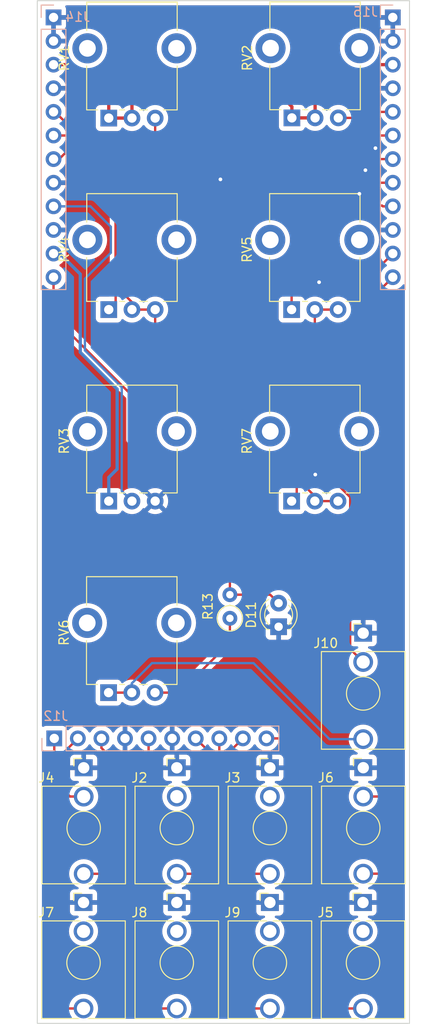
<source format=kicad_pcb>
(kicad_pcb (version 20221018) (generator pcbnew)
  (title_block (title "Punky's New Brew") (date "2023-10-20") (rev "003") (company "Scruffy Cat Studios @2023"))
  (layers (0 "F.Cu" signal) (31 "B.Cu" signal) (34 "B.Paste" user) (35 "F.Paste" user) (36 "B.SilkS" user "B.Silkscreen") (37 "F.SilkS" user "F.Silkscreen") (38 "B.Mask" user) (39 "F.Mask" user) (44 "Edge.Cuts" user))
  (net 0 "")
  (net 1 "+12V")
  (net 2 "GND")
  (net 9 "Net-(J10-Pad2)")
  (net 10 "Net-(R13-Pad1)")
  (net 11 "VCA_CV_C")
  (net 12 "CV1-In_C")
  (net 13 "CV2-In_C")
  (net 14 "Gate_In_C")
  (net 15 "5V_Ref_C")
  (net 16 "Audio_Out_C")
  (net 17 "Ext_In_C")
  (net 18 "APC_Out_C")
  (net 19 "ENV1-Out_C")
  (net 20 "INV_ENV_C")
  (net 21 "ENV2_C")
  (net 22 "ENV1_C")
  (net 23 "Freq_1_C")
  (net 24 "Env1_A_C")
  (net 25 "Env1_AR_C")
  (net 26 "INV_REF_C")
  (net 27 "10V_REF_C")
  (net 28 "Freq_2_C")
  (net 29 "Env1_R_C")
  (net 30 "Env2_R_C")
  (net 31 "Env2_AR_C")
  (footprint "Potentiometer_THT:Potentiometer_Alpha_RD901F-40-00D_Single_Vertical_CircularHoles" (layer "F.Cu") (at 128.3 67.325 90)
    (fp_text reference "RV4" (at 6.45 -4.8 90) (layer "F.SilkS"))
    (fp_text value "1M")
    (fp_line (start 0.88 -2.38) (end 5.6 -2.38) (stroke (width 0.12)) (layer "F.SilkS"))
    (fp_line (start 0.88 -1.19) (end 0.88 -2.37) (stroke (width 0.12)) (layer "F.SilkS"))
    (fp_line (start 0.88 1.71) (end 0.88 1.18) (stroke (width 0.12)) (layer "F.SilkS"))
    (fp_line (start 0.88 4.16) (end 0.88 3.33) (stroke (width 0.12)) (layer "F.SilkS"))
    (fp_line (start 0.88 7.37) (end 0.88 5.88) (stroke (width 0.12)) (layer "F.SilkS"))
    (fp_line (start 0.88 7.37) (end 5.6 7.37) (stroke (width 0.12)) (layer "F.SilkS"))
    (fp_line (start 9.41 -2.37) (end 12.47 -2.37) (stroke (width 0.12)) (layer "F.SilkS"))
    (fp_line (start 9.41 7.37) (end 12.47 7.37) (stroke (width 0.12)) (layer "F.SilkS"))
    (fp_line (start 12.47 7.37) (end 12.47 -2.37) (stroke (width 0.12)) (layer "F.SilkS"))
    (pad "" thru_hole circle (at 7.5 -2.3 180) (size 3.24 3.24) (drill 1.8) (layers "*.Cu" "*.Mask"))
    (pad "" thru_hole circle (at 7.5 7.3 180) (size 3.24 3.24) (drill 1.8) (layers "*.Cu" "*.Mask"))
    (pad "1" thru_hole rect (at 0 0 180) (size 1.8 1.8) (drill 1) (layers "*.Cu" "*.Mask") (net 24 "Env1_A_C"))
    (pad "2" thru_hole circle (at 0 2.5 180) (size 1.8 1.8) (drill 1) (layers "*.Cu" "*.Mask") (net 25 "Env1_AR_C"))
    (pad "3" thru_hole circle (at 0 5 180) (size 1.8 1.8) (drill 1) (layers "*.Cu" "*.Mask") (net 25 "Env1_AR_C"))
  )
  (footprint "Potentiometer_THT:Potentiometer_Alpha_RD901F-40-00D_Single_Vertical_CircularHoles" (layer "F.Cu") (at 148 67.325 90)
    (fp_text reference "RV5" (at 6.45 -4.8 90) (layer "F.SilkS"))
    (fp_text value "1M")
    (fp_line (start 0.88 -2.38) (end 5.6 -2.38) (stroke (width 0.12)) (layer "F.SilkS"))
    (fp_line (start 0.88 -1.19) (end 0.88 -2.37) (stroke (width 0.12)) (layer "F.SilkS"))
    (fp_line (start 0.88 1.71) (end 0.88 1.18) (stroke (width 0.12)) (layer "F.SilkS"))
    (fp_line (start 0.88 4.16) (end 0.88 3.33) (stroke (width 0.12)) (layer "F.SilkS"))
    (fp_line (start 0.88 7.37) (end 0.88 5.88) (stroke (width 0.12)) (layer "F.SilkS"))
    (fp_line (start 0.88 7.37) (end 5.6 7.37) (stroke (width 0.12)) (layer "F.SilkS"))
    (fp_line (start 9.41 -2.37) (end 12.47 -2.37) (stroke (width 0.12)) (layer "F.SilkS"))
    (fp_line (start 9.41 7.37) (end 12.47 7.37) (stroke (width 0.12)) (layer "F.SilkS"))
    (fp_line (start 12.47 7.37) (end 12.47 -2.37) (stroke (width 0.12)) (layer "F.SilkS"))
    (pad "" thru_hole circle (at 7.5 -2.3 180) (size 3.24 3.24) (drill 1.8) (layers "*.Cu" "*.Mask"))
    (pad "" thru_hole circle (at 7.5 7.3 180) (size 3.24 3.24) (drill 1.8) (layers "*.Cu" "*.Mask"))
    (pad "1" thru_hole rect (at 0 0 180) (size 1.8 1.8) (drill 1) (layers "*.Cu" "*.Mask") (net 29 "Env1_R_C"))
    (pad "2" thru_hole circle (at 0 2.5 180) (size 1.8 1.8) (drill 1) (layers "*.Cu" "*.Mask") (net 25 "Env1_AR_C"))
    (pad "3" thru_hole circle (at 0 5 180) (size 1.8 1.8) (drill 1) (layers "*.Cu" "*.Mask") (net 25 "Env1_AR_C"))
  )
  (footprint "*SCS_ScruffyCat:Jack_3.5mm_QingPu_thonk-PJ398SM_Vertical_CircularHoles" (layer "F.Cu") (at 125.58 131.1)
    (fp_text reference "J7" (at -4.03 1.08 180) (layer "F.SilkS"))
    (fp_text value "ENV1")
    (fp_line (start -4.5 1.98) (end -4.5 12.48) (stroke (width 0.12)) (layer "F.SilkS"))
    (fp_line (start -1.06 -1) (end -1.06 -0.2) (stroke (width 0.12)) (layer "F.SilkS"))
    (fp_line (start -1.06 -1) (end -0.2 -1) (stroke (width 0.12)) (layer "F.SilkS"))
    (fp_line (start -0.5 12.48) (end -4.5 12.48) (stroke (width 0.12)) (layer "F.SilkS"))
    (fp_line (start -0.35 1.98) (end -4.5 1.98) (stroke (width 0.12)) (layer "F.SilkS"))
    (fp_line (start 4.5 1.98) (end 0.35 1.98) (stroke (width 0.12)) (layer "F.SilkS"))
    (fp_line (start 4.5 1.98) (end 4.5 12.48) (stroke (width 0.12)) (layer "F.SilkS"))
    (fp_line (start 4.5 12.48) (end 0.5 12.48) (stroke (width 0.12)) (layer "F.SilkS"))
    (fp_circle (center 0 6.48) (end 1.8 6.48) (stroke (width 0.12)) (fill none) (layer "F.SilkS"))
    (pad "1" thru_hole rect (at 0 0 180) (size 1.93 1.83) (drill 1.22) (layers "*.Cu" "*.Mask") (net 2 "GND"))
    (pad "2" thru_hole circle (at 0 11.4 180) (size 2.13 2.13) (drill 1.43) (layers "*.Cu" "*.Mask") (net 19 "ENV1-Out_C"))
    (pad "3" thru_hole circle (at 0 3.1 180) (size 2.13 2.13) (drill 1.42) (layers "*.Cu" "*.Mask"))
  )
  (footprint "*SCS_ScruffyCat:Jack_3.5mm_QingPu_thonk-PJ398SM_Vertical_CircularHoles" (layer "F.Cu") (at 145.66 131.1)
    (fp_text reference "J9" (at -4.03 1.08 180) (layer "F.SilkS"))
    (fp_text value "ENV2")
    (fp_line (start -4.5 1.98) (end -4.5 12.48) (stroke (width 0.12)) (layer "F.SilkS"))
    (fp_line (start -1.06 -1) (end -1.06 -0.2) (stroke (width 0.12)) (layer "F.SilkS"))
    (fp_line (start -1.06 -1) (end -0.2 -1) (stroke (width 0.12)) (layer "F.SilkS"))
    (fp_line (start -0.5 12.48) (end -4.5 12.48) (stroke (width 0.12)) (layer "F.SilkS"))
    (fp_line (start -0.35 1.98) (end -4.5 1.98) (stroke (width 0.12)) (layer "F.SilkS"))
    (fp_line (start 4.5 1.98) (end 0.35 1.98) (stroke (width 0.12)) (layer "F.SilkS"))
    (fp_line (start 4.5 1.98) (end 4.5 12.48) (stroke (width 0.12)) (layer "F.SilkS"))
    (fp_line (start 4.5 12.48) (end 0.5 12.48) (stroke (width 0.12)) (layer "F.SilkS"))
    (fp_circle (center 0 6.48) (end 1.8 6.48) (stroke (width 0.12)) (fill none) (layer "F.SilkS"))
    (pad "1" thru_hole rect (at 0 0 180) (size 1.93 1.83) (drill 1.22) (layers "*.Cu" "*.Mask") (net 2 "GND"))
    (pad "2" thru_hole circle (at 0 11.4 180) (size 2.13 2.13) (drill 1.43) (layers "*.Cu" "*.Mask") (net 21 "ENV2_C"))
    (pad "3" thru_hole circle (at 0 3.1 180) (size 2.13 2.13) (drill 1.42) (layers "*.Cu" "*.Mask"))
  )
  (footprint "*SCS_ScruffyCat:Jack_3.5mm_QingPu_thonk-PJ398SM_Vertical_CircularHoles" (layer "F.Cu") (at 135.63 116.61)
    (fp_text reference "J2" (at -4.03 1.08 180) (layer "F.SilkS"))
    (fp_text value "CV1-In")
    (fp_line (start -4.5 1.98) (end -4.5 12.48) (stroke (width 0.12)) (layer "F.SilkS"))
    (fp_line (start -1.06 -1) (end -1.06 -0.2) (stroke (width 0.12)) (layer "F.SilkS"))
    (fp_line (start -1.06 -1) (end -0.2 -1) (stroke (width 0.12)) (layer "F.SilkS"))
    (fp_line (start -0.5 12.48) (end -4.5 12.48) (stroke (width 0.12)) (layer "F.SilkS"))
    (fp_line (start -0.35 1.98) (end -4.5 1.98) (stroke (width 0.12)) (layer "F.SilkS"))
    (fp_line (start 4.5 1.98) (end 0.35 1.98) (stroke (width 0.12)) (layer "F.SilkS"))
    (fp_line (start 4.5 1.98) (end 4.5 12.48) (stroke (width 0.12)) (layer "F.SilkS"))
    (fp_line (start 4.5 12.48) (end 0.5 12.48) (stroke (width 0.12)) (layer "F.SilkS"))
    (fp_circle (center 0 6.48) (end 1.8 6.48) (stroke (width 0.12)) (fill none) (layer "F.SilkS"))
    (pad "1" thru_hole rect (at 0 0 180) (size 1.93 1.83) (drill 1.22) (layers "*.Cu" "*.Mask") (net 2 "GND"))
    (pad "2" thru_hole circle (at 0 11.4 180) (size 2.13 2.13) (drill 1.43) (layers "*.Cu" "*.Mask") (net 12 "CV1-In_C"))
    (pad "3" thru_hole circle (at 0 3.1 180) (size 2.13 2.13) (drill 1.42) (layers "*.Cu" "*.Mask"))
  )
  (footprint "*SCS_ScruffyCat:Jack_3.5mm_QingPu_thonk-PJ398SM_Vertical_CircularHoles" (layer "F.Cu") (at 155.72 116.6)
    (fp_text reference "J6" (at -4.03 1.08 180) (layer "F.SilkS"))
    (fp_text value "Ext-Audio")
    (fp_line (start -4.5 1.98) (end -4.5 12.48) (stroke (width 0.12)) (layer "F.SilkS"))
    (fp_line (start -1.06 -1) (end -1.06 -0.2) (stroke (width 0.12)) (layer "F.SilkS"))
    (fp_line (start -1.06 -1) (end -0.2 -1) (stroke (width 0.12)) (layer "F.SilkS"))
    (fp_line (start -0.5 12.48) (end -4.5 12.48) (stroke (width 0.12)) (layer "F.SilkS"))
    (fp_line (start -0.35 1.98) (end -4.5 1.98) (stroke (width 0.12)) (layer "F.SilkS"))
    (fp_line (start 4.5 1.98) (end 0.35 1.98) (stroke (width 0.12)) (layer "F.SilkS"))
    (fp_line (start 4.5 1.98) (end 4.5 12.48) (stroke (width 0.12)) (layer "F.SilkS"))
    (fp_line (start 4.5 12.48) (end 0.5 12.48) (stroke (width 0.12)) (layer "F.SilkS"))
    (fp_circle (center 0 6.48) (end 1.8 6.48) (stroke (width 0.12)) (fill none) (layer "F.SilkS"))
    (pad "1" thru_hole rect (at 0 0 180) (size 1.93 1.83) (drill 1.22) (layers "*.Cu" "*.Mask") (net 2 "GND"))
    (pad "2" thru_hole circle (at 0 11.4 180) (size 2.13 2.13) (drill 1.43) (layers "*.Cu" "*.Mask") (net 17 "Ext_In_C"))
    (pad "3" thru_hole circle (at 0 3.1 180) (size 2.13 2.13) (drill 1.42) (layers "*.Cu" "*.Mask") (net 18 "APC_Out_C"))
  )
  (footprint "*SCS_ScruffyCat:Jack_3.5mm_QingPu_thonk-PJ398SM_Vertical_CircularHoles" (layer "F.Cu") (at 125.6 116.61)
    (fp_text reference "J4" (at -4.03 1.08 180) (layer "F.SilkS"))
    (fp_text value "Gate-In")
    (fp_line (start -4.5 1.98) (end -4.5 12.48) (stroke (width 0.12)) (layer "F.SilkS"))
    (fp_line (start -1.06 -1) (end -1.06 -0.2) (stroke (width 0.12)) (layer "F.SilkS"))
    (fp_line (start -1.06 -1) (end -0.2 -1) (stroke (width 0.12)) (layer "F.SilkS"))
    (fp_line (start -0.5 12.48) (end -4.5 12.48) (stroke (width 0.12)) (layer "F.SilkS"))
    (fp_line (start -0.35 1.98) (end -4.5 1.98) (stroke (width 0.12)) (layer "F.SilkS"))
    (fp_line (start 4.5 1.98) (end 0.35 1.98) (stroke (width 0.12)) (layer "F.SilkS"))
    (fp_line (start 4.5 1.98) (end 4.5 12.48) (stroke (width 0.12)) (layer "F.SilkS"))
    (fp_line (start 4.5 12.48) (end 0.5 12.48) (stroke (width 0.12)) (layer "F.SilkS"))
    (fp_circle (center 0 6.48) (end 1.8 6.48) (stroke (width 0.12)) (fill none) (layer "F.SilkS"))
    (pad "1" thru_hole rect (at 0 0 180) (size 1.93 1.83) (drill 1.22) (layers "*.Cu" "*.Mask") (net 2 "GND"))
    (pad "2" thru_hole circle (at 0 11.4 180) (size 2.13 2.13) (drill 1.43) (layers "*.Cu" "*.Mask") (net 14 "Gate_In_C"))
    (pad "3" thru_hole circle (at 0 3.1 180) (size 2.13 2.13) (drill 1.42) (layers "*.Cu" "*.Mask") (net 15 "5V_Ref_C"))
  )
  (footprint "Potentiometer_THT:Potentiometer_Alpha_RD901F-40-00D_Single_Vertical_CircularHoles" (layer "F.Cu") (at 128.28 108.525 90)
    (fp_text reference "RV6" (at 6.45 -4.8 90) (layer "F.SilkS"))
    (fp_text value "100k")
    (fp_line (start 0.88 -2.38) (end 5.6 -2.38) (stroke (width 0.12)) (layer "F.SilkS"))
    (fp_line (start 0.88 -1.19) (end 0.88 -2.37) (stroke (width 0.12)) (layer "F.SilkS"))
    (fp_line (start 0.88 1.71) (end 0.88 1.18) (stroke (width 0.12)) (layer "F.SilkS"))
    (fp_line (start 0.88 4.16) (end 0.88 3.33) (stroke (width 0.12)) (layer "F.SilkS"))
    (fp_line (start 0.88 7.37) (end 0.88 5.88) (stroke (width 0.12)) (layer "F.SilkS"))
    (fp_line (start 0.88 7.37) (end 5.6 7.37) (stroke (width 0.12)) (layer "F.SilkS"))
    (fp_line (start 9.41 -2.37) (end 12.47 -2.37) (stroke (width 0.12)) (layer "F.SilkS"))
    (fp_line (start 9.41 7.37) (end 12.47 7.37) (stroke (width 0.12)) (layer "F.SilkS"))
    (fp_line (start 12.47 7.37) (end 12.47 -2.37) (stroke (width 0.12)) (layer "F.SilkS"))
    (pad "" thru_hole circle (at 7.5 -2.3 180) (size 3.24 3.24) (drill 1.8) (layers "*.Cu" "*.Mask"))
    (pad "" thru_hole circle (at 7.5 7.3 180) (size 3.24 3.24) (drill 1.8) (layers "*.Cu" "*.Mask"))
    (pad "1" thru_hole rect (at 0 0 180) (size 1.8 1.8) (drill 1) (layers "*.Cu" "*.Mask") (net 9 "Net-(J10-Pad2)"))
    (pad "2" thru_hole circle (at 0 2.5 180) (size 1.8 1.8) (drill 1) (layers "*.Cu" "*.Mask") (net 9 "Net-(J10-Pad2)"))
    (pad "3" thru_hole circle (at 0 5 180) (size 1.8 1.8) (drill 1) (layers "*.Cu" "*.Mask") (net 10 "Net-(R13-Pad1)"))
  )
  (footprint "Potentiometer_THT:Potentiometer_Alpha_RD901F-40-00D_Single_Vertical_CircularHoles" (layer "F.Cu") (at 148.03 46.705 90)
    (fp_text reference "RV2" (at 6.45 -4.8 90) (layer "F.SilkS"))
    (fp_text value "500k")
    (fp_line (start 0.88 -2.38) (end 5.6 -2.38) (stroke (width 0.12)) (layer "F.SilkS"))
    (fp_line (start 0.88 -1.19) (end 0.88 -2.37) (stroke (width 0.12)) (layer "F.SilkS"))
    (fp_line (start 0.88 1.71) (end 0.88 1.18) (stroke (width 0.12)) (layer "F.SilkS"))
    (fp_line (start 0.88 4.16) (end 0.88 3.33) (stroke (width 0.12)) (layer "F.SilkS"))
    (fp_line (start 0.88 7.37) (end 0.88 5.88) (stroke (width 0.12)) (layer "F.SilkS"))
    (fp_line (start 0.88 7.37) (end 5.6 7.37) (stroke (width 0.12)) (layer "F.SilkS"))
    (fp_line (start 9.41 -2.37) (end 12.47 -2.37) (stroke (width 0.12)) (layer "F.SilkS"))
    (fp_line (start 9.41 7.37) (end 12.47 7.37) (stroke (width 0.12)) (layer "F.SilkS"))
    (fp_line (start 12.47 7.37) (end 12.47 -2.37) (stroke (width 0.12)) (layer "F.SilkS"))
    (pad "" thru_hole circle (at 7.5 -2.3 180) (size 3.24 3.24) (drill 1.8) (layers "*.Cu" "*.Mask"))
    (pad "" thru_hole circle (at 7.5 7.3 180) (size 3.24 3.24) (drill 1.8) (layers "*.Cu" "*.Mask"))
    (pad "1" thru_hole rect (at 0 0 180) (size 1.8 1.8) (drill 1) (layers "*.Cu" "*.Mask") (net 1 "+12V"))
    (pad "2" thru_hole circle (at 0 2.5 180) (size 1.8 1.8) (drill 1) (layers "*.Cu" "*.Mask") (net 1 "+12V"))
    (pad "3" thru_hole circle (at 0 5 180) (size 1.8 1.8) (drill 1) (layers "*.Cu" "*.Mask") (net 28 "Freq_2_C"))
  )
  (footprint "Resistor_THT:R_Axial_DIN0207_L6.3mm_D2.5mm_P2.54mm_Vertical" (layer "F.Cu") (at 141.35 100.53 90)
    (fp_text reference "R13" (at 1.27 -2.37 90) (layer "F.SilkS"))
    (fp_text value "1k")
    (fp_line (start 1.37 0) (end 1.44 0) (stroke (width 0.12)) (layer "F.SilkS"))
    (fp_circle (center 0 0) (end 1.37 0) (stroke (width 0.12)) (fill none) (layer "F.SilkS"))
    (pad "1" thru_hole circle (at 0 0 90) (size 1.6 1.6) (drill 0.8) (layers "*.Cu" "*.Mask") (net 10 "Net-(R13-Pad1)"))
    (pad "2" thru_hole oval (at 2.54 0 90) (size 1.6 1.6) (drill 0.8) (layers "*.Cu" "*.Mask") (net 11 "VCA_CV_C"))
  )
  (footprint "Potentiometer_THT:Potentiometer_Alpha_RD901F-40-00D_Single_Vertical_CircularHoles" (layer "F.Cu") (at 128.3 87.925 90)
    (fp_text reference "RV3" (at 6.45 -4.8 90) (layer "F.SilkS"))
    (fp_text value "500k")
    (fp_line (start 0.88 -2.38) (end 5.6 -2.38) (stroke (width 0.12)) (layer "F.SilkS"))
    (fp_line (start 0.88 -1.19) (end 0.88 -2.37) (stroke (width 0.12)) (layer "F.SilkS"))
    (fp_line (start 0.88 1.71) (end 0.88 1.18) (stroke (width 0.12)) (layer "F.SilkS"))
    (fp_line (start 0.88 4.16) (end 0.88 3.33) (stroke (width 0.12)) (layer "F.SilkS"))
    (fp_line (start 0.88 7.37) (end 0.88 5.88) (stroke (width 0.12)) (layer "F.SilkS"))
    (fp_line (start 0.88 7.37) (end 5.6 7.37) (stroke (width 0.12)) (layer "F.SilkS"))
    (fp_line (start 9.41 -2.37) (end 12.47 -2.37) (stroke (width 0.12)) (layer "F.SilkS"))
    (fp_line (start 9.41 7.37) (end 12.47 7.37) (stroke (width 0.12)) (layer "F.SilkS"))
    (fp_line (start 12.47 7.37) (end 12.47 -2.37) (stroke (width 0.12)) (layer "F.SilkS"))
    (pad "" thru_hole circle (at 7.5 -2.3 180) (size 3.24 3.24) (drill 1.8) (layers "*.Cu" "*.Mask"))
    (pad "" thru_hole circle (at 7.5 7.3 180) (size 3.24 3.24) (drill 1.8) (layers "*.Cu" "*.Mask"))
    (pad "1" thru_hole rect (at 0 0 180) (size 1.8 1.8) (drill 1) (layers "*.Cu" "*.Mask") (net 27 "10V_REF_C"))
    (pad "2" thru_hole circle (at 0 2.5 180) (size 1.8 1.8) (drill 1) (layers "*.Cu" "*.Mask") (net 26 "INV_REF_C"))
    (pad "3" thru_hole circle (at 0 5 180) (size 1.8 1.8) (drill 1) (layers "*.Cu" "*.Mask") (net 2 "GND"))
  )
  (footprint "*SCS_ScruffyCat:Jack_3.5mm_QingPu_thonk-PJ398SM_Vertical_CircularHoles" (layer "F.Cu") (at 145.66 116.61)
    (fp_text reference "J3" (at -4.03 1.08 180) (layer "F.SilkS"))
    (fp_text value "CV2-In")
    (fp_line (start -4.5 1.98) (end -4.5 12.48) (stroke (width 0.12)) (layer "F.SilkS"))
    (fp_line (start -1.06 -1) (end -1.06 -0.2) (stroke (width 0.12)) (layer "F.SilkS"))
    (fp_line (start -1.06 -1) (end -0.2 -1) (stroke (width 0.12)) (layer "F.SilkS"))
    (fp_line (start -0.5 12.48) (end -4.5 12.48) (stroke (width 0.12)) (layer "F.SilkS"))
    (fp_line (start -0.35 1.98) (end -4.5 1.98) (stroke (width 0.12)) (layer "F.SilkS"))
    (fp_line (start 4.5 1.98) (end 0.35 1.98) (stroke (width 0.12)) (layer "F.SilkS"))
    (fp_line (start 4.5 1.98) (end 4.5 12.48) (stroke (width 0.12)) (layer "F.SilkS"))
    (fp_line (start 4.5 12.48) (end 0.5 12.48) (stroke (width 0.12)) (layer "F.SilkS"))
    (fp_circle (center 0 6.48) (end 1.8 6.48) (stroke (width 0.12)) (fill none) (layer "F.SilkS"))
    (pad "1" thru_hole rect (at 0 0 180) (size 1.93 1.83) (drill 1.22) (layers "*.Cu" "*.Mask") (net 2 "GND"))
    (pad "2" thru_hole circle (at 0 11.4 180) (size 2.13 2.13) (drill 1.43) (layers "*.Cu" "*.Mask") (net 13 "CV2-In_C"))
    (pad "3" thru_hole circle (at 0 3.1 180) (size 2.13 2.13) (drill 1.42) (layers "*.Cu" "*.Mask"))
  )
  (footprint "Potentiometer_THT:Potentiometer_Alpha_RD901F-40-00D_Single_Vertical_CircularHoles" (layer "F.Cu") (at 148 87.925 90)
    (fp_text reference "RV7" (at 6.45 -4.8 90) (layer "F.SilkS"))
    (fp_text value "500k")
    (fp_line (start 0.88 -2.38) (end 5.6 -2.38) (stroke (width 0.12)) (layer "F.SilkS"))
    (fp_line (start 0.88 -1.19) (end 0.88 -2.37) (stroke (width 0.12)) (layer "F.SilkS"))
    (fp_line (start 0.88 1.71) (end 0.88 1.18) (stroke (width 0.12)) (layer "F.SilkS"))
    (fp_line (start 0.88 4.16) (end 0.88 3.33) (stroke (width 0.12)) (layer "F.SilkS"))
    (fp_line (start 0.88 7.37) (end 0.88 5.88) (stroke (width 0.12)) (layer "F.SilkS"))
    (fp_line (start 0.88 7.37) (end 5.6 7.37) (stroke (width 0.12)) (layer "F.SilkS"))
    (fp_line (start 9.41 -2.37) (end 12.47 -2.37) (stroke (width 0.12)) (layer "F.SilkS"))
    (fp_line (start 9.41 7.37) (end 12.47 7.37) (stroke (width 0.12)) (layer "F.SilkS"))
    (fp_line (start 12.47 7.37) (end 12.47 -2.37) (stroke (width 0.12)) (layer "F.SilkS"))
    (pad "" thru_hole circle (at 7.5 -2.3 180) (size 3.24 3.24) (drill 1.8) (layers "*.Cu" "*.Mask"))
    (pad "" thru_hole circle (at 7.5 7.3 180) (size 3.24 3.24) (drill 1.8) (layers "*.Cu" "*.Mask"))
    (pad "1" thru_hole rect (at 0 0 180) (size 1.8 1.8) (drill 1) (layers "*.Cu" "*.Mask") (net 30 "Env2_R_C"))
    (pad "2" thru_hole circle (at 0 2.5 180) (size 1.8 1.8) (drill 1) (layers "*.Cu" "*.Mask") (net 31 "Env2_AR_C"))
    (pad "3" thru_hole circle (at 0 5 180) (size 1.8 1.8) (drill 1) (layers "*.Cu" "*.Mask") (net 31 "Env2_AR_C"))
  )
  (footprint "*SCS_ScruffyCat:Jack_3.5mm_QingPu_thonk-PJ398SM_Vertical_CircularHoles" (layer "F.Cu") (at 155.71 102.13)
    (fp_text reference "J10" (at -4.03 1.08 180) (layer "F.SilkS"))
    (fp_text value "VCA-CV")
    (fp_line (start -4.5 1.98) (end -4.5 12.48) (stroke (width 0.12)) (layer "F.SilkS"))
    (fp_line (start -1.06 -1) (end -1.06 -0.2) (stroke (width 0.12)) (layer "F.SilkS"))
    (fp_line (start -1.06 -1) (end -0.2 -1) (stroke (width 0.12)) (layer "F.SilkS"))
    (fp_line (start -0.5 12.48) (end -4.5 12.48) (stroke (width 0.12)) (layer "F.SilkS"))
    (fp_line (start -0.35 1.98) (end -4.5 1.98) (stroke (width 0.12)) (layer "F.SilkS"))
    (fp_line (start 4.5 1.98) (end 0.35 1.98) (stroke (width 0.12)) (layer "F.SilkS"))
    (fp_line (start 4.5 1.98) (end 4.5 12.48) (stroke (width 0.12)) (layer "F.SilkS"))
    (fp_line (start 4.5 12.48) (end 0.5 12.48) (stroke (width 0.12)) (layer "F.SilkS"))
    (fp_circle (center 0 6.48) (end 1.8 6.48) (stroke (width 0.12)) (fill none) (layer "F.SilkS"))
    (pad "1" thru_hole rect (at 0 0 180) (size 1.93 1.83) (drill 1.22) (layers "*.Cu" "*.Mask") (net 2 "GND"))
    (pad "2" thru_hole circle (at 0 11.4 180) (size 2.13 2.13) (drill 1.43) (layers "*.Cu" "*.Mask") (net 9 "Net-(J10-Pad2)"))
    (pad "3" thru_hole circle (at 0 3.1 180) (size 2.13 2.13) (drill 1.42) (layers "*.Cu" "*.Mask") (net 22 "ENV1_C"))
  )
  (footprint "Potentiometer_THT:Potentiometer_Alpha_RD901F-40-00D_Single_Vertical_CircularHoles" (layer "F.Cu") (at 128.3 46.725 90)
    (fp_text reference "RV1" (at 6.45 -4.8 90) (layer "F.SilkS"))
    (fp_text value "1M")
    (fp_line (start 0.88 -2.38) (end 5.6 -2.38) (stroke (width 0.12)) (layer "F.SilkS"))
    (fp_line (start 0.88 -1.19) (end 0.88 -2.37) (stroke (width 0.12)) (layer "F.SilkS"))
    (fp_line (start 0.88 1.71) (end 0.88 1.18) (stroke (width 0.12)) (layer "F.SilkS"))
    (fp_line (start 0.88 4.16) (end 0.88 3.33) (stroke (width 0.12)) (layer "F.SilkS"))
    (fp_line (start 0.88 7.37) (end 0.88 5.88) (stroke (width 0.12)) (layer "F.SilkS"))
    (fp_line (start 0.88 7.37) (end 5.6 7.37) (stroke (width 0.12)) (layer "F.SilkS"))
    (fp_line (start 9.41 -2.37) (end 12.47 -2.37) (stroke (width 0.12)) (layer "F.SilkS"))
    (fp_line (start 9.41 7.37) (end 12.47 7.37) (stroke (width 0.12)) (layer "F.SilkS"))
    (fp_line (start 12.47 7.37) (end 12.47 -2.37) (stroke (width 0.12)) (layer "F.SilkS"))
    (pad "" thru_hole circle (at 7.5 -2.3 180) (size 3.24 3.24) (drill 1.8) (layers "*.Cu" "*.Mask"))
    (pad "" thru_hole circle (at 7.5 7.3 180) (size 3.24 3.24) (drill 1.8) (layers "*.Cu" "*.Mask"))
    (pad "1" thru_hole rect (at 0 0 180) (size 1.8 1.8) (drill 1) (layers "*.Cu" "*.Mask") (net 1 "+12V"))
    (pad "2" thru_hole circle (at 0 2.5 180) (size 1.8 1.8) (drill 1) (layers "*.Cu" "*.Mask") (net 1 "+12V"))
    (pad "3" thru_hole circle (at 0 5 180) (size 1.8 1.8) (drill 1) (layers "*.Cu" "*.Mask") (net 23 "Freq_1_C"))
  )
  (footprint "*SCS_ScruffyCat:Jack_3.5mm_QingPu_thonk-PJ398SM_Vertical_CircularHoles" (layer "F.Cu") (at 155.69 131.1)
    (fp_text reference "J5" (at -4.03 1.08 180) (layer "F.SilkS"))
    (fp_text value "Audio-Out")
    (fp_line (start -4.5 1.98) (end -4.5 12.48) (stroke (width 0.12)) (layer "F.SilkS"))
    (fp_line (start -1.06 -1) (end -1.06 -0.2) (stroke (width 0.12)) (layer "F.SilkS"))
    (fp_line (start -1.06 -1) (end -0.2 -1) (stroke (width 0.12)) (layer "F.SilkS"))
    (fp_line (start -0.5 12.48) (end -4.5 12.48) (stroke (width 0.12)) (layer "F.SilkS"))
    (fp_line (start -0.35 1.98) (end -4.5 1.98) (stroke (width 0.12)) (layer "F.SilkS"))
    (fp_line (start 4.5 1.98) (end 0.35 1.98) (stroke (width 0.12)) (layer "F.SilkS"))
    (fp_line (start 4.5 1.98) (end 4.5 12.48) (stroke (width 0.12)) (layer "F.SilkS"))
    (fp_line (start 4.5 12.48) (end 0.5 12.48) (stroke (width 0.12)) (layer "F.SilkS"))
    (fp_circle (center 0 6.48) (end 1.8 6.48) (stroke (width 0.12)) (fill none) (layer "F.SilkS"))
    (pad "1" thru_hole rect (at 0 0 180) (size 1.93 1.83) (drill 1.22) (layers "*.Cu" "*.Mask") (net 2 "GND"))
    (pad "2" thru_hole circle (at 0 11.4 180) (size 2.13 2.13) (drill 1.43) (layers "*.Cu" "*.Mask") (net 16 "Audio_Out_C"))
    (pad "3" thru_hole circle (at 0 3.1 180) (size 2.13 2.13) (drill 1.42) (layers "*.Cu" "*.Mask"))
  )
  (footprint "LED_THT:LED_D3.0mm" (layer "F.Cu") (at 146.6 101.44 90)
    (fp_text reference "D11" (at 1.27 -2.96 90) (layer "F.SilkS"))
    (fp_text value "LED")
    (fp_line (start -0.29 -1.236) (end -0.29 -1.08) (stroke (width 0.12)) (layer "F.SilkS"))
    (fp_line (start -0.29 1.08) (end -0.29 1.236) (stroke (width 0.12)) (layer "F.SilkS"))
    (fp_arc (start -0.29 -1.235516) (mid 1.366487 -1.987659) (end 2.942335 -1.078608) (stroke (width 0.12)) (layer "F.SilkS"))
    (fp_arc (start 0.229039 -1.08) (mid 1.270117 -1.5) (end 2.31113 -1.079837) (stroke (width 0.12)) (layer "F.SilkS"))
    (fp_arc (start 2.31113 1.079837) (mid 1.270117 1.5) (end 0.229039 1.08) (stroke (width 0.12)) (layer "F.SilkS"))
    (fp_arc (start 2.942335 1.078608) (mid 1.366487 1.987659) (end -0.29 1.235516) (stroke (width 0.12)) (layer "F.SilkS"))
    (pad "1" thru_hole rect (at 0 0 90) (size 1.8 1.8) (drill 0.9) (layers "*.Cu" "*.Mask") (net 2 "GND"))
    (pad "2" thru_hole circle (at 2.54 0 90) (size 1.8 1.8) (drill 0.9) (layers "*.Cu" "*.Mask") (net 11 "VCA_CV_C"))
  )
  (footprint "*SCS_ScruffyCat:Jack_3.5mm_QingPu_thonk-PJ398SM_Vertical_CircularHoles" (layer "F.Cu") (at 135.63 131.1)
    (fp_text reference "J8" (at -4.03 1.08 180) (layer "F.SilkS"))
    (fp_text value "INV_ENV1")
    (fp_line (start -4.5 1.98) (end -4.5 12.48) (stroke (width 0.12)) (layer "F.SilkS"))
    (fp_line (start -1.06 -1) (end -1.06 -0.2) (stroke (width 0.12)) (layer "F.SilkS"))
    (fp_line (start -1.06 -1) (end -0.2 -1) (stroke (width 0.12)) (layer "F.SilkS"))
    (fp_line (start -0.5 12.48) (end -4.5 12.48) (stroke (width 0.12)) (layer "F.SilkS"))
    (fp_line (start -0.35 1.98) (end -4.5 1.98) (stroke (width 0.12)) (layer "F.SilkS"))
    (fp_line (start 4.5 1.98) (end 0.35 1.98) (stroke (width 0.12)) (layer "F.SilkS"))
    (fp_line (start 4.5 1.98) (end 4.5 12.48) (stroke (width 0.12)) (layer "F.SilkS"))
    (fp_line (start 4.5 12.48) (end 0.5 12.48) (stroke (width 0.12)) (layer "F.SilkS"))
    (fp_circle (center 0 6.48) (end 1.8 6.48) (stroke (width 0.12)) (fill none) (layer "F.SilkS"))
    (pad "1" thru_hole rect (at 0 0 180) (size 1.93 1.83) (drill 1.22) (layers "*.Cu" "*.Mask") (net 2 "GND"))
    (pad "2" thru_hole circle (at 0 11.4 180) (size 2.13 2.13) (drill 1.43) (layers "*.Cu" "*.Mask") (net 20 "INV_ENV_C"))
    (pad "3" thru_hole circle (at 0 3.1 180) (size 2.13 2.13) (drill 1.42) (layers "*.Cu" "*.Mask"))
  )
  (footprint "Connector_PinSocket_2.54mm:PinSocket_1x10_P2.54mm_Vertical" (layer "B.Cu") (at 122.43 113.45 -90)
    (fp_text reference "J12" (at -2.4 -0.16 -180) (layer "B.SilkS") (effects (justify mirror)))
    (fp_text value "1x10_control")
    (fp_line (start -1.33 -24.19) (end 1.33 -24.19) (stroke (width 0.12)) (layer "B.SilkS"))
    (fp_line (start -1.33 -1.27) (end -1.33 -24.19) (stroke (width 0.12)) (layer "B.SilkS"))
    (fp_line (start -1.33 -1.27) (end 1.33 -1.27) (stroke (width 0.12)) (layer "B.SilkS"))
    (fp_line (start 0 1.33) (end 1.33 1.33) (stroke (width 0.12)) (layer "B.SilkS"))
    (fp_line (start 1.33 -1.27) (end 1.33 -24.19) (stroke (width 0.12)) (layer "B.SilkS"))
    (fp_line (start 1.33 1.33) (end 1.33 0) (stroke (width 0.12)) (layer "B.SilkS"))
    (pad "1" thru_hole rect (at 0 0 270) (size 1.7 1.7) (drill 1) (layers "*.Cu" "*.Mask") (net 19 "ENV1-Out_C"))
    (pad "2" thru_hole oval (at 0 -2.54 270) (size 1.7 1.7) (drill 1) (layers "*.Cu" "*.Mask") (net 15 "5V_Ref_C"))
    (pad "3" thru_hole oval (at 0 -5.08 270) (size 1.7 1.7) (drill 1) (layers "*.Cu" "*.Mask") (net 14 "Gate_In_C"))
    (pad "4" thru_hole oval (at 0 -7.62 270) (size 1.7 1.7) (drill 1) (layers "*.Cu" "*.Mask") (net 2 "GND"))
    (pad "5" thru_hole oval (at 0 -10.16 270) (size 1.7 1.7) (drill 1) (layers "*.Cu" "*.Mask") (net 20 "INV_ENV_C"))
    (pad "6" thru_hole oval (at 0 -12.7 270) (size 1.7 1.7) (drill 1) (layers "*.Cu" "*.Mask") (net 2 "GND"))
    (pad "7" thru_hole oval (at 0 -15.24 270) (size 1.7 1.7) (drill 1) (layers "*.Cu" "*.Mask") (net 12 "CV1-In_C"))
    (pad "8" thru_hole oval (at 0 -17.78 270) (size 1.7 1.7) (drill 1) (layers "*.Cu" "*.Mask") (net 21 "ENV2_C"))
    (pad "9" thru_hole oval (at 0 -20.32 270) (size 1.7 1.7) (drill 1) (layers "*.Cu" "*.Mask") (net 13 "CV2-In_C"))
    (pad "10" thru_hole oval (at 0 -22.86 270) (size 1.7 1.7) (drill 1) (layers "*.Cu" "*.Mask") (net 16 "Audio_Out_C"))
  )
  (footprint "Connector_PinSocket_2.54mm:PinSocket_1x12_P2.54mm_Vertical" (layer "B.Cu") (at 122.35 35.9 180)
    (fp_text reference "J14" (at -2.6 0.05) (layer "B.SilkS") (effects (justify mirror)))
    (fp_text value "L_1x12_control")
    (fp_line (start -1.33 -29.27) (end 1.33 -29.27) (stroke (width 0.12)) (layer "B.SilkS"))
    (fp_line (start -1.33 -1.27) (end -1.33 -29.27) (stroke (width 0.12)) (layer "B.SilkS"))
    (fp_line (start -1.33 -1.27) (end 1.33 -1.27) (stroke (width 0.12)) (layer "B.SilkS"))
    (fp_line (start 0 1.33) (end 1.33 1.33) (stroke (width 0.12)) (layer "B.SilkS"))
    (fp_line (start 1.33 -1.27) (end 1.33 -29.27) (stroke (width 0.12)) (layer "B.SilkS"))
    (fp_line (start 1.33 1.33) (end 1.33 0) (stroke (width 0.12)) (layer "B.SilkS"))
    (pad "1" thru_hole rect (at 0 0 180) (size 1.7 1.7) (drill 1) (layers "*.Cu" "*.Mask") (net 2 "GND"))
    (pad "2" thru_hole oval (at 0 -2.54 180) (size 1.7 1.7) (drill 1) (layers "*.Cu" "*.Mask") (net 2 "GND"))
    (pad "3" thru_hole oval (at 0 -5.08 180) (size 1.7 1.7) (drill 1) (layers "*.Cu" "*.Mask") (net 1 "+12V"))
    (pad "4" thru_hole oval (at 0 -7.62 180) (size 1.7 1.7) (drill 1) (layers "*.Cu" "*.Mask") (net 2 "GND"))
    (pad "5" thru_hole oval (at 0 -10.16 180) (size 1.7 1.7) (drill 1) (layers "*.Cu" "*.Mask") (net 23 "Freq_1_C"))
    (pad "6" thru_hole oval (at 0 -12.7 180) (size 1.7 1.7) (drill 1) (layers "*.Cu" "*.Mask") (net 25 "Env1_AR_C"))
    (pad "7" thru_hole oval (at 0 -15.24 180) (size 1.7 1.7) (drill 1) (layers "*.Cu" "*.Mask") (net 24 "Env1_A_C"))
    (pad "8" thru_hole oval (at 0 -17.78 180) (size 1.7 1.7) (drill 1) (layers "*.Cu" "*.Mask") (net 2 "GND"))
    (pad "9" thru_hole oval (at 0 -20.32 180) (size 1.7 1.7) (drill 1) (layers "*.Cu" "*.Mask") (net 26 "INV_REF_C"))
    (pad "10" thru_hole oval (at 0 -22.86 180) (size 1.7 1.7) (drill 1) (layers "*.Cu" "*.Mask") (net 2 "GND"))
    (pad "11" thru_hole oval (at 0 -25.4 180) (size 1.7 1.7) (drill 1) (layers "*.Cu" "*.Mask") (net 27 "10V_REF_C"))
    (pad "12" thru_hole oval (at 0 -27.94 180) (size 1.7 1.7) (drill 1) (layers "*.Cu" "*.Mask") (net 11 "VCA_CV_C"))
  )
  (footprint "Connector_PinSocket_2.54mm:PinSocket_1x12_P2.54mm_Vertical" (layer "B.Cu") (at 158.9 35.9 180)
    (fp_text reference "J15" (at 2.944 0.594) (layer "B.SilkS") (effects (justify mirror)))
    (fp_text value "R_1x12_control")
    (fp_line (start -1.33 -29.27) (end 1.33 -29.27) (stroke (width 0.12)) (layer "B.SilkS"))
    (fp_line (start -1.33 -1.27) (end -1.33 -29.27) (stroke (width 0.12)) (layer "B.SilkS"))
    (fp_line (start -1.33 -1.27) (end 1.33 -1.27) (stroke (width 0.12)) (layer "B.SilkS"))
    (fp_line (start 0 1.33) (end 1.33 1.33) (stroke (width 0.12)) (layer "B.SilkS"))
    (fp_line (start 1.33 -1.27) (end 1.33 -29.27) (stroke (width 0.12)) (layer "B.SilkS"))
    (fp_line (start 1.33 1.33) (end 1.33 0) (stroke (width 0.12)) (layer "B.SilkS"))
    (pad "1" thru_hole rect (at 0 0 180) (size 1.7 1.7) (drill 1) (layers "*.Cu" "*.Mask") (net 2 "GND"))
    (pad "2" thru_hole oval (at 0 -2.54 180) (size 1.7 1.7) (drill 1) (layers "*.Cu" "*.Mask") (net 2 "GND"))
    (pad "3" thru_hole oval (at 0 -5.08 180) (size 1.7 1.7) (drill 1) (layers "*.Cu" "*.Mask") (net 1 "+12V"))
    (pad "4" thru_hole oval (at 0 -7.62 180) (size 1.7 1.7) (drill 1) (layers "*.Cu" "*.Mask") (net 2 "GND"))
    (pad "5" thru_hole oval (at 0 -10.16 180) (size 1.7 1.7) (drill 1) (layers "*.Cu" "*.Mask") (net 28 "Freq_2_C"))
    (pad "6" thru_hole oval (at 0 -12.7 180) (size 1.7 1.7) (drill 1) (layers "*.Cu" "*.Mask") (net 29 "Env1_R_C"))
    (pad "7" thru_hole oval (at 0 -15.24 180) (size 1.7 1.7) (drill 1) (layers "*.Cu" "*.Mask") (net 30 "Env2_R_C"))
    (pad "8" thru_hole oval (at 0 -17.78 180) (size 1.7 1.7) (drill 1) (layers "*.Cu" "*.Mask") (net 31 "Env2_AR_C"))
    (pad "9" thru_hole oval (at 0 -20.32 180) (size 1.7 1.7) (drill 1) (layers "*.Cu" "*.Mask") (net 22 "ENV1_C"))
    (pad "10" thru_hole oval (at 0 -22.86 180) (size 1.7 1.7) (drill 1) (layers "*.Cu" "*.Mask") (net 2 "GND"))
    (pad "11" thru_hole oval (at 0 -25.4 180) (size 1.7 1.7) (drill 1) (layers "*.Cu" "*.Mask") (net 18 "APC_Out_C"))
    (pad "12" thru_hole oval (at 0 -27.94 180) (size 1.7 1.7) (drill 1) (layers "*.Cu" "*.Mask") (net 17 "Ext_In_C"))
  )
  (gr_rect (start 120.6 34.1) (end 160.7 144.1) (stroke (width 0.1)) (fill none) (layer "Edge.Cuts"))
  (segment (start 128.3 43.66) (end 128.3 46.725) (width 0.35) (layer "F.Cu") (net 1))
  (segment (start 158.9 40.98) (end 157.29 40.98) (width 0.35) (layer "F.Cu") (net 1))
  (segment (start 148.03 46.705) (end 150.53 46.705) (width 0.35) (layer "F.Cu") (net 1))
  (segment (start 128.3 46.725) (end 130.8 46.725) (width 0.35) (layer "F.Cu") (net 1))
  (segment (start 130.8 46.725) (end 130.8 45.1) (width 0.35) (layer "F.Cu") (net 1))
  (segment (start 148.03 45.5) (end 148.03 46.705) (width 0.35) (layer "F.Cu") (net 1))
  (segment (start 152.67 42) (end 150.53 44.14) (width 0.35) (layer "F.Cu") (net 1))
  (segment (start 147.05 44.52) (end 148.03 45.5) (width 0.35) (layer "F.Cu") (net 1))
  (segment (start 130.8 45.1) (end 131.38 44.52) (width 0.35) (layer "F.Cu") (net 1))
  (segment (start 150.53 44.14) (end 150.53 46.705) (width 0.35) (layer "F.Cu") (net 1))
  (segment (start 157.29 40.98) (end 156.27 42) (width 0.35) (layer "F.Cu") (net 1))
  (segment (start 131.38 44.52) (end 147.05 44.52) (width 0.35) (layer "F.Cu") (net 1))
  (segment (start 156.27 42) (end 152.67 42) (width 0.35) (layer "F.Cu") (net 1))
  (segment (start 126.68 42.04) (end 128.3 43.66) (width 0.35) (layer "F.Cu") (net 1))
  (segment (start 125.01 42.04) (end 126.68 42.04) (width 0.35) (layer "F.Cu") (net 1))
  (segment (start 123.95 40.98) (end 125.01 42.04) (width 0.35) (layer "F.Cu") (net 1))
  (segment (start 122.35 40.98) (end 123.95 40.98) (width 0.35) (layer "F.Cu") (net 1))
  (via (at 155.3 54.87) (size 0.8) (drill 0.4) (layers "F.Cu" "B.Cu") (net 2))
  (via (at 155.95 52.33) (size 0.8) (drill 0.4) (layers "F.Cu" "B.Cu") (net 2))
  (via (at 150.96 64.38) (size 0.8) (drill 0.4) (layers "F.Cu" "B.Cu") (net 2))
  (via (at 140.33 53.32) (size 0.8) (drill 0.4) (layers "F.Cu" "B.Cu") (net 2))
  (via (at 157.03 49.96) (size 0.8) (drill 0.4) (layers "F.Cu" "B.Cu") (net 2))
  (via (at 150.55 85.07) (size 0.8) (drill 0.4) (layers "F.Cu" "B.Cu") (net 2))
  (segment (start 128.28 108.525) (end 130.78 108.525) (width 0.25) (layer "F.Cu") (net 9))
  (segment (start 152.08 113.53) (end 155.71 113.53) (width 0.25) (layer "B.Cu") (net 9))
  (segment (start 130.78 108.525) (end 130.78 107.53) (width 0.25) (layer "B.Cu") (net 9))
  (segment (start 132.96 105.35) (end 143.9 105.35) (width 0.25) (layer "B.Cu") (net 9))
  (segment (start 143.9 105.35) (end 152.08 113.53) (width 0.25) (layer "B.Cu") (net 9))
  (segment (start 130.78 107.53) (end 132.96 105.35) (width 0.25) (layer "B.Cu") (net 9))
  (segment (start 141.35 103.12) (end 135.945 108.525) (width 0.25) (layer "F.Cu") (net 10))
  (segment (start 141.35 100.53) (end 141.35 103.12) (width 0.25) (layer "F.Cu") (net 10))
  (segment (start 135.945 108.525) (end 133.28 108.525) (width 0.25) (layer "F.Cu") (net 10))
  (segment (start 130.82 76.59) (end 130.82 81.27) (width 0.25) (layer "F.Cu") (net 11))
  (segment (start 122.35 63.84) (end 122.35 68.12) (width 0.25) (layer "F.Cu") (net 11))
  (segment (start 130.82 81.27) (end 134.05 84.5) (width 0.25) (layer "F.Cu") (net 11))
  (segment (start 141.35 97.99) (end 145.69 97.99) (width 0.25) (layer "F.Cu") (net 11))
  (segment (start 141.35 89.36) (end 141.35 97.99) (width 0.25) (layer "F.Cu") (net 11))
  (segment (start 136.49 84.5) (end 141.35 89.36) (width 0.25) (layer "F.Cu") (net 11))
  (segment (start 134.05 84.5) (end 136.49 84.5) (width 0.25) (layer "F.Cu") (net 11))
  (segment (start 145.69 97.99) (end 146.6 98.9) (width 0.25) (layer "F.Cu") (net 11))
  (segment (start 122.35 68.12) (end 130.82 76.59) (width 0.25) (layer "F.Cu") (net 11))
  (segment (start 137.96 128.01) (end 139.76 126.21) (width 0.25) (layer "F.Cu") (net 12))
  (segment (start 135.63 128.01) (end 137.96 128.01) (width 0.25) (layer "F.Cu") (net 12))
  (segment (start 139.76 126.21) (end 139.76 115.54) (width 0.25) (layer "F.Cu") (net 12))
  (segment (start 139.76 115.54) (end 137.67 113.45) (width 0.25) (layer "F.Cu") (net 12))
  (segment (start 140.89 115.31) (end 140.89 125.96) (width 0.25) (layer "F.Cu") (net 13))
  (segment (start 142.94 128.01) (end 145.66 128.01) (width 0.25) (layer "F.Cu") (net 13))
  (segment (start 140.89 125.96) (end 142.94 128.01) (width 0.25) (layer "F.Cu") (net 13))
  (segment (start 142.75 113.45) (end 140.89 115.31) (width 0.25) (layer "F.Cu") (net 13))
  (segment (start 125.6 128.01) (end 128.55 128.01) (width 0.25) (layer "F.Cu") (net 14))
  (segment (start 128.55 128.01) (end 129.2 127.36) (width 0.25) (layer "F.Cu") (net 14))
  (segment (start 127.51 114.48) (end 127.51 113.45) (width 0.25) (layer "F.Cu") (net 14))
  (segment (start 129.2 116.17) (end 127.51 114.48) (width 0.25) (layer "F.Cu") (net 14))
  (segment (start 129.2 127.36) (end 129.2 116.17) (width 0.25) (layer "F.Cu") (net 14))
  (segment (start 122.88 118.45) (end 124.13 119.7) (width 0.25) (layer "F.Cu") (net 15))
  (segment (start 124.13 119.7) (end 125.59 119.7) (width 0.25) (layer "F.Cu") (net 15))
  (segment (start 122.88 115.54) (end 122.88 118.45) (width 0.25) (layer "F.Cu") (net 15))
  (segment (start 125.59 119.7) (end 125.6 119.71) (width 0.25) (layer "F.Cu") (net 15))
  (segment (start 124.97 113.45) (end 122.88 115.54) (width 0.25) (layer "F.Cu") (net 15))
  (segment (start 150.24 116.05) (end 150.24 140.07) (width 0.25) (layer "F.Cu") (net 16))
  (segment (start 152.67 142.5) (end 155.69 142.5) (width 0.25) (layer "F.Cu") (net 16))
  (segment (start 145.29 113.45) (end 147.64 113.45) (width 0.25) (layer "F.Cu") (net 16))
  (segment (start 150.24 140.07) (end 152.67 142.5) (width 0.25) (layer "F.Cu") (net 16))
  (segment (start 147.64 113.45) (end 150.24 116.05) (width 0.25) (layer "F.Cu") (net 16))
  (segment (start 152.6 84.433604) (end 158.78 90.613604) (width 0.25) (layer "F.Cu") (net 17))
  (segment (start 158.9 63.84) (end 156.98 65.76) (width 0.25) (layer "F.Cu") (net 17))
  (segment (start 158.78 90.613604) (end 158.78 126.67) (width 0.25) (layer "F.Cu") (net 17))
  (segment (start 156.98 65.76) (end 156.98 70.405584) (width 0.25) (layer "F.Cu") (net 17))
  (segment (start 152.6 74.785584) (end 152.6 84.433604) (width 0.25) (layer "F.Cu") (net 17))
  (segment (start 157.45 128) (end 155.72 128) (width 0.25) (layer "F.Cu") (net 17))
  (segment (start 158.78 126.67) (end 157.45 128) (width 0.25) (layer "F.Cu") (net 17))
  (segment (start 156.98 70.405584) (end 152.6 74.785584) (width 0.25) (layer "F.Cu") (net 17))
  (segment (start 156.53 70.219188) (end 152.15 74.599188) (width 0.25) (layer "F.Cu") (net 18))
  (segment (start 156.53 63.67) (end 156.53 70.219188) (width 0.25) (layer "F.Cu") (net 18))
  (segment (start 152.15 74.599188) (end 152.15 84.62) (width 0.25) (layer "F.Cu") (net 18))
  (segment (start 152.15 84.62) (end 158.33 90.8) (width 0.25) (layer "F.Cu") (net 18))
  (segment (start 157.37 119.7) (end 155.72 119.7) (width 0.25) (layer "F.Cu") (net 18))
  (segment (start 158.9 61.3) (end 156.53 63.67) (width 0.25) (layer "F.Cu") (net 18))
  (segment (start 158.33 118.74) (end 157.37 119.7) (width 0.25) (layer "F.Cu") (net 18))
  (segment (start 158.33 90.8) (end 158.33 118.74) (width 0.25) (layer "F.Cu") (net 18))
  (segment (start 122.43 141.45) (end 123.48 142.5) (width 0.25) (layer "F.Cu") (net 19))
  (segment (start 122.43 113.45) (end 122.43 141.45) (width 0.25) (layer "F.Cu") (net 19))
  (segment (start 123.48 142.5) (end 125.58 142.5) (width 0.25) (layer "F.Cu") (net 19))
  (segment (start 132.59 141.44) (end 132.59 113.45) (width 0.25) (layer "F.Cu") (net 20))
  (segment (start 135.63 142.5) (end 133.65 142.5) (width 0.25) (layer "F.Cu") (net 20))
  (segment (start 133.65 142.5) (end 132.59 141.44) (width 0.25) (layer "F.Cu") (net 20))
  (segment (start 140.21 113.45) (end 140.21 139.3) (width 0.25) (layer "F.Cu") (net 21))
  (segment (start 143.41 142.5) (end 145.66 142.5) (width 0.25) (layer "F.Cu") (net 21))
  (segment (start 140.21 139.3) (end 143.41 142.5) (width 0.25) (layer "F.Cu") (net 21))
  (segment (start 153.27 56.14) (end 152.09 57.32) (width 0.25) (layer "F.Cu") (net 22))
  (segment (start 156.08 65.307208) (end 156.08 70.032792) (width 0.25) (layer "F.Cu") (net 22))
  (segment (start 158.9 56.22) (end 157.83 56.22) (width 0.25) (layer "F.Cu") (net 22))
  (segment (start 152.09 57.32) (end 152.09 61.317208) (width 0.25) (layer "F.Cu") (net 22))
  (segment (start 151.7 74.412792) (end 151.7 84.892588) (width 0.25) (layer "F.Cu") (net 22))
  (segment (start 156.08 70.032792) (end 151.7 74.412792) (width 0.25) (layer "F.Cu") (net 22))
  (segment (start 157.75 56.14) (end 153.27 56.14) (width 0.25) (layer "F.Cu") (net 22))
  (segment (start 157.83 56.22) (end 157.75 56.14) (width 0.25) (layer "F.Cu") (net 22))
  (segment (start 152.09 61.317208) (end 156.08 65.307208) (width 0.25) (layer "F.Cu") (net 22))
  (segment (start 154.31 87.502588) (end 154.31 103.83) (width 0.25) (layer "F.Cu") (net 22))
  (segment (start 151.7 84.892588) (end 154.31 87.502588) (width 0.25) (layer "F.Cu") (net 22))
  (segment (start 154.31 103.83) (end 155.71 105.23) (width 0.25) (layer "F.Cu") (net 22))
  (segment (start 127.51 51.06) (end 131.32 51.06) (width 0.25) (layer "F.Cu") (net 23))
  (segment (start 122.35 46.06) (end 122.51 46.06) (width 0.25) (layer "F.Cu") (net 23))
  (segment (start 131.32 51.06) (end 133.3 49.08) (width 0.25) (layer "F.Cu") (net 23))
  (segment (start 133.3 49.08) (end 133.3 46.725) (width 0.25) (layer "F.Cu") (net 23))
  (segment (start 122.51 46.06) (end 127.51 51.06) (width 0.25) (layer "F.Cu") (net 23))
  (segment (start 122.35 51.14) (end 122.95 51.14) (width 0.25) (layer "F.Cu") (net 24))
  (segment (start 129.04 66.585) (end 128.3 67.325) (width 0.25) (layer "F.Cu") (net 24))
  (segment (start 129.03 65.396396) (end 129.04 65.406396) (width 0.25) (layer "F.Cu") (net 24))
  (segment (start 125.253604 50.16) (end 129.03 53.936396) (width 0.25) (layer "F.Cu") (net 24))
  (segment (start 122.95 51.14) (end 123.93 50.16) (width 0.25) (layer "F.Cu") (net 24))
  (segment (start 129.03 53.936396) (end 129.03 65.396396) (width 0.25) (layer "F.Cu") (net 24))
  (segment (start 129.04 65.406396) (end 129.04 66.585) (width 0.25) (layer "F.Cu") (net 24))
  (segment (start 123.93 50.16) (end 125.253604 50.16) (width 0.25) (layer "F.Cu") (net 24))
  (segment (start 130.8 67.325) (end 133.3 67.325) (width 0.25) (layer "F.Cu") (net 25))
  (segment (start 148.96 70.79) (end 150.5 69.25) (width 0.25) (layer "F.Cu") (net 25))
  (segment (start 129.48 65.21) (end 130.8 66.53) (width 0.25) (layer "F.Cu") (net 25))
  (segment (start 133.3 67.325) (end 133.3 69.44) (width 0.25) (layer "F.Cu") (net 25))
  (segment (start 153 67.325) (end 150.5 67.325) (width 0.25) (layer "F.Cu") (net 25))
  (segment (start 124.33 48.6) (end 129.48 53.75) (width 0.25) (layer "F.Cu") (net 25))
  (segment (start 129.48 53.75) (end 129.48 65.21) (width 0.25) (layer "F.Cu") (net 25))
  (segment (start 130.8 66.53) (end 130.8 67.325) (width 0.25) (layer "F.Cu") (net 25))
  (segment (start 133.3 69.44) (end 134.65 70.79) (width 0.25) (layer "F.Cu") (net 25))
  (segment (start 134.65 70.79) (end 148.96 70.79) (width 0.25) (layer "F.Cu") (net 25))
  (segment (start 122.35 48.6) (end 124.33 48.6) (width 0.25) (layer "F.Cu") (net 25))
  (segment (start 150.5 69.25) (end 150.5 67.325) (width 0.25) (layer "F.Cu") (net 25))
  (segment (start 128.524 61.214) (end 125.73 64.008) (width 0.25) (layer "B.Cu") (net 26))
  (segment (start 122.35 56.22) (end 126.324 56.22) (width 0.25) (layer "B.Cu") (net 26))
  (segment (start 125.73 71.71) (end 125.73 64.008) (width 0.25) (layer "B.Cu") (net 26))
  (segment (start 128.524 58.42) (end 128.524 61.214) (width 0.25) (layer "B.Cu") (net 26))
  (segment (start 129.7 86.825) (end 129.7 75.68) (width 0.25) (layer "B.Cu") (net 26))
  (segment (start 130.8 87.925) (end 129.7 86.825) (width 0.25) (layer "B.Cu") (net 26))
  (segment (start 129.7 75.68) (end 125.73 71.71) (width 0.25) (layer "B.Cu") (net 26))
  (segment (start 126.324 56.22) (end 128.524 58.42) (width 0.25) (layer "B.Cu") (net 26))
  (segment (start 128.3 87.925) (end 128.3 85.38) (width 0.35) (layer "B.Cu") (net 27))
  (segment (start 123.022 61.3) (end 122.35 61.3) (width 0.35) (layer "B.Cu") (net 27))
  (segment (start 125.23 63.508) (end 123.022 61.3) (width 0.35) (layer "B.Cu") (net 27))
  (segment (start 129.2 75.887106) (end 125.23 71.917107) (width 0.35) (layer "B.Cu") (net 27))
  (segment (start 129.2 84.48) (end 129.2 75.887106) (width 0.35) (layer "B.Cu") (net 27))
  (segment (start 128.3 85.38) (end 129.2 84.48) (width 0.35) (layer "B.Cu") (net 27))
  (segment (start 125.23 71.917107) (end 125.23 63.508) (width 0.35) (layer "B.Cu") (net 27))
  (segment (start 155.495 46.705) (end 156.14 46.06) (width 0.25) (layer "F.Cu") (net 28))
  (segment (start 156.14 46.06) (end 158.9 46.06) (width 0.25) (layer "F.Cu") (net 28))
  (segment (start 153.03 46.705) (end 155.495 46.705) (width 0.25) (layer "F.Cu") (net 28))
  (segment (start 158.9 48.6) (end 156.92 48.6) (width 0.25) (layer "F.Cu") (net 29))
  (segment (start 150.73 61.56) (end 148 64.29) (width 0.25) (layer "F.Cu") (net 29))
  (segment (start 156.92 48.6) (end 150.73 54.79) (width 0.25) (layer "F.Cu") (net 29))
  (segment (start 148 64.29) (end 148 67.325) (width 0.25) (layer "F.Cu") (net 29))
  (segment (start 150.73 54.79) (end 150.73 61.56) (width 0.25) (layer "F.Cu") (net 29))
  (segment (start 155.18 65.68) (end 155.18 69.66) (width 0.25) (layer "F.Cu") (net 30))
  (segment (start 150.67 74.17) (end 150.67 81.77) (width 0.25) (layer "F.Cu") (net 30))
  (segment (start 148.55 83.89) (end 148.55 87.375) (width 0.25) (layer "F.Cu") (net 30))
  (segment (start 151.19 61.69) (end 155.18 65.68) (width 0.25) (layer "F.Cu") (net 30))
  (segment (start 155.18 69.66) (end 150.67 74.17) (width 0.25) (layer "F.Cu") (net 30))
  (segment (start 155.016396 51.14) (end 151.19 54.966396) (width 0.25) (layer "F.Cu") (net 30))
  (segment (start 151.19 54.966396) (end 151.19 61.69) (width 0.25) (layer "F.Cu") (net 30))
  (segment (start 158.9 51.14) (end 155.016396 51.14) (width 0.25) (layer "F.Cu") (net 30))
  (segment (start 150.67 81.77) (end 148.55 83.89) (width 0.25) (layer "F.Cu") (net 30))
  (segment (start 148.55 87.375) (end 148 87.925) (width 0.25) (layer "F.Cu") (net 30))
  (segment (start 151.12 81.956396) (end 151.12 74.356396) (width 0.25) (layer "F.Cu") (net 31))
  (segment (start 151.12 74.356396) (end 155.63 69.846396) (width 0.25) (layer "F.Cu") (net 31))
  (segment (start 149.11 86.01) (end 149.11 83.966396) (width 0.25) (layer "F.Cu") (net 31))
  (segment (start 155.63 69.846396) (end 155.63 65.493604) (width 0.25) (layer "F.Cu") (net 31))
  (segment (start 149.11 83.966396) (end 151.12 81.956396) (width 0.25) (layer "F.Cu") (net 31))
  (segment (start 150.5 87.925) (end 153 87.925) (width 0.25) (layer "F.Cu") (net 31))
  (segment (start 150.5 87.4) (end 149.11 86.01) (width 0.25) (layer "F.Cu") (net 31))
  (segment (start 151.64 55.152792) (end 153.112792 53.68) (width 0.25) (layer "F.Cu") (net 31))
  (segment (start 151.64 61.503604) (end 151.64 55.152792) (width 0.25) (layer "F.Cu") (net 31))
  (segment (start 153.112792 53.68) (end 158.9 53.68) (width 0.25) (layer "F.Cu") (net 31))
  (segment (start 150.5 87.925) (end 150.5 87.4) (width 0.25) (layer "F.Cu") (net 31))
  (segment (start 155.63 65.493604) (end 151.64 61.503604) (width 0.25) (layer "F.Cu") (net 31))
  (zone (net 2) (net_name "GND") (layers "F&B.Cu") (priority 1) (connect_pads (clearance 0.5)) (min_thickness 0.25) (fill yes (thermal_gap 0.5) (thermal_bridge_width 0.5))
    (polygon (pts (xy 120.6 34.11) (xy 160.7 34.12) (xy 160.71 144.1) (xy 120.6 144.1)))
  )
)
</source>
